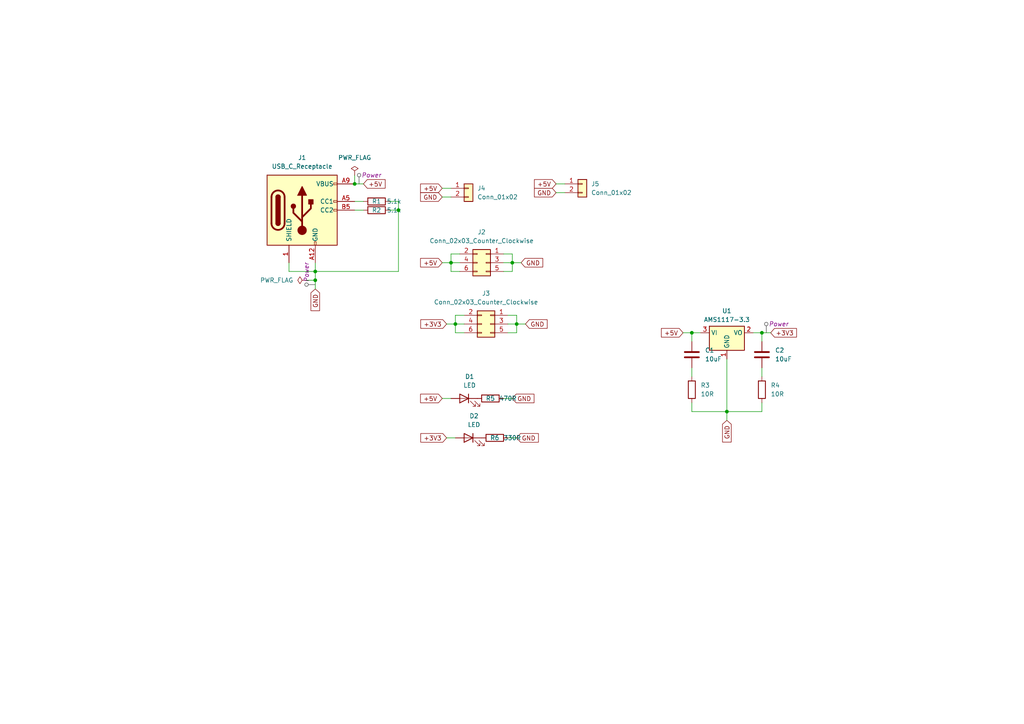
<source format=kicad_sch>
(kicad_sch (version 20230121) (generator eeschema)
  (paper "A4")
  (lib_symbols
    (symbol "Connector_Generic:Conn_01x02" (pin_names (offset 1.016) hide)
      (property "Reference" "J" (at 0 2.54 0))
      (property "Value" "Conn_01x02" (at 0 -5.08 0))
      (symbol "Conn_01x02_1_1"
        (rectangle (start -1.27 -2.413) (end 0 -2.667) (stroke (width 0.1524)))
        (rectangle (start -1.27 0.127) (end 0 -0.127) (stroke (width 0.1524)))
        (rectangle (start -1.27 1.27) (end 1.27 -3.81) (stroke (width 0.254)) (fill (type background)))
        (pin passive line (at -5.08 0 0) (length 3.81) (name "Pin_1") (number "1"))
        (pin passive line (at -5.08 -2.54 0) (length 3.81) (name "Pin_2") (number "2"))
      )
    )
    (symbol "Connector_Generic:Conn_02x03_Odd_Even" (pin_names (offset 1.016) hide)
      (property "Reference" "J" (at 1.27 5.08 0))
      (property "Value" "Conn_02x03_Odd_Even" (at 1.27 -5.08 0))
      (symbol "Conn_02x03_Odd_Even_1_1"
        (rectangle (start -1.27 -2.413) (end 0 -2.667) (stroke (width 0.1524)))
        (rectangle (start -1.27 0.127) (end 0 -0.127) (stroke (width 0.1524)))
        (rectangle (start -1.27 2.667) (end 0 2.413) (stroke (width 0.1524)))
        (rectangle (start -1.27 3.81) (end 3.81 -3.81) (stroke (width 0.254)) (fill (type background)))
        (rectangle (start 3.81 -2.413) (end 2.54 -2.667) (stroke (width 0.1524)))
        (rectangle (start 3.81 0.127) (end 2.54 -0.127) (stroke (width 0.1524)))
        (rectangle (start 3.81 2.667) (end 2.54 2.413) (stroke (width 0.1524)))
        (pin passive line (at -5.08 2.54 0) (length 3.81) (name "Pin_1") (number "1"))
        (pin passive line (at 7.62 2.54 180) (length 3.81) (name "Pin_2") (number "2"))
        (pin passive line (at -5.08 0 0) (length 3.81) (name "Pin_3") (number "3"))
        (pin passive line (at 7.62 0 180) (length 3.81) (name "Pin_4") (number "4"))
        (pin passive line (at -5.08 -2.54 0) (length 3.81) (name "Pin_5") (number "5"))
        (pin passive line (at 7.62 -2.54 180) (length 3.81) (name "Pin_6") (number "6"))
      )
    )
    (symbol "Cutom:USB_C_Receptacle_power_only" (pin_names (offset 1.016))
      (property "Reference" "J1" (at 0 33.02 0))
      (property "Value" "USB_C_Receptacle" (at 0 30.48 0))
      (symbol "USB_C_Receptacle_power_only_0_0"
        (rectangle (start 3.556 7.62) (end 4.064 8.636))
        (rectangle (start 10.16 18.034) (end 9.144 17.526))
        (rectangle (start 10.16 20.574) (end 9.144 20.066))
        (rectangle (start 10.16 25.654) (end 9.144 25.146))
      )
      (symbol "USB_C_Receptacle_power_only_0_1"
        (rectangle (start -10.16 27.94) (end 10.16 7.62) (stroke (width 0.254)) (fill (type background)))
        (arc (start -8.89 13.97) (mid -6.985 12.0733) (end -5.08 13.97) (stroke (width 0.508)))
        (arc (start -7.62 13.97) (mid -6.985 13.3377) (end -6.35 13.97) (stroke (width 0.254)))
        (arc (start -7.62 13.97) (mid -6.985 13.3377) (end -6.35 13.97) (stroke (width 0.254)) (fill (type outline)))
        (rectangle (start -7.62 13.97) (end -6.35 21.59) (stroke (width 0.254)) (fill (type outline)))
        (arc (start -6.35 21.59) (mid -6.985 22.2223) (end -7.62 21.59) (stroke (width 0.254)))
        (arc (start -6.35 21.59) (mid -6.985 22.2223) (end -7.62 21.59) (stroke (width 0.254)) (fill (type outline)))
        (arc (start -5.08 21.59) (mid -6.985 23.4867) (end -8.89 21.59) (stroke (width 0.508)))
        (polyline (pts (xy -8.89 13.97) (xy -8.89 21.59)) (stroke (width 0.508)))
        (polyline (pts (xy -5.08 21.59) (xy -5.08 13.97)) (stroke (width 0.508)))
      )
      (symbol "USB_C_Receptacle_power_only_1_1"
        (circle (center -2.54 18.923) (radius 0.635) (stroke (width 0.254)) (fill (type outline)))
        (polyline (pts (xy 0 11.938) (xy 0 22.098)) (stroke (width 0.508)))
        (polyline (pts (xy 0 14.478) (xy -2.54 17.018) (xy -2.54 18.288)) (stroke (width 0.508)))
        (polyline (pts (xy 0 15.748) (xy 2.54 18.288) (xy 2.54 19.558)) (stroke (width 0.508)))
        (polyline (pts (xy -1.27 22.098) (xy 0 24.638) (xy 1.27 22.098) (xy -1.27 22.098)) (stroke (width 0.254)) (fill (type outline)))
        (circle (center 0 11.938) (radius 1.27) (fill (type outline)))
        (rectangle (start 1.905 19.558) (end 3.175 20.828) (stroke (width 0.254)) (fill (type outline)))
        (pin passive line (at -3.81 2.54 90) (length 5.08) (name "SHIELD") (number "1"))
        (pin passive line (at 3.81 2.54 90) (length 5.08) (name "GND") (number "A12"))
        (pin bidirectional line (at 15.24 20.32 180) (length 5.08) (name "CC1") (number "A5"))
        (pin passive line (at 15.24 25.4 180) (length 5.08) (name "VBUS") (number "A9"))
        (pin passive line (at 3.81 2.54 90) (length 5.08) hide (name "GND") (number "B12"))
        (pin bidirectional line (at 15.24 17.78 180) (length 5.08) (name "CC2") (number "B5"))
        (pin passive line (at 15.24 25.4 180) (length 5.08) hide (name "VBUS") (number "B9"))
      )
    )
    (symbol "Device:C" (pin_numbers hide) (pin_names (offset 0.254))
      (property "Reference" "C" (at 0.635 2.54 0))
      (property "Value" "C" (at 0.635 -2.54 0))
      (symbol "C_0_1"
        (polyline (pts (xy -2.032 -0.762) (xy 2.032 -0.762)) (stroke (width 0.508)))
        (polyline (pts (xy -2.032 0.762) (xy 2.032 0.762)) (stroke (width 0.508)))
      )
      (symbol "C_1_1"
        (pin passive line (at 0 3.81 270) (length 2.794) (name "~") (number "1"))
        (pin passive line (at 0 -3.81 90) (length 2.794) (name "~") (number "2"))
      )
    )
    (symbol "Device:LED" (pin_numbers hide) (pin_names (offset 1.016) hide)
      (property "Reference" "D" (at 0 2.54 0))
      (property "Value" "LED" (at 0 -2.54 0))
      (symbol "LED_0_1"
        (polyline (pts (xy -1.27 -1.27) (xy -1.27 1.27)) (stroke (width 0.254)))
        (polyline (pts (xy -1.27 0) (xy 1.27 0)))
        (polyline (pts (xy 1.27 -1.27) (xy 1.27 1.27) (xy -1.27 0) (xy 1.27 -1.27)) (stroke (width 0.254)))
        (polyline (pts (xy -3.048 -0.762) (xy -4.572 -2.286) (xy -3.81 -2.286) (xy -4.572 -2.286) (xy -4.572 -1.524)))
        (polyline (pts (xy -1.778 -0.762) (xy -3.302 -2.286) (xy -2.54 -2.286) (xy -3.302 -2.286) (xy -3.302 -1.524)))
      )
      (symbol "LED_1_1"
        (pin passive line (at -3.81 0 0) (length 2.54) (name "K") (number "1"))
        (pin passive line (at 3.81 0 180) (length 2.54) (name "A") (number "2"))
      )
    )
    (symbol "Device:R" (pin_numbers hide) (pin_names (offset 0))
      (property "Reference" "R" (at 2.032 0 90))
      (property "Value" "R" (at 0 0 90))
      (symbol "R_0_1"
        (rectangle (start -1.016 -2.54) (end 1.016 2.54) (stroke (width 0.254)))
      )
      (symbol "R_1_1"
        (pin passive line (at 0 3.81 270) (length 1.27) (name "~") (number "1"))
        (pin passive line (at 0 -3.81 90) (length 1.27) (name "~") (number "2"))
      )
    )
    (symbol "Regulator_Linear:AMS1117-3.3"
      (property "Reference" "U" (at -3.81 3.175 0))
      (property "Value" "AMS1117-3.3" (at 0 3.175 0))
      (symbol "AMS1117-3.3_0_1"
        (rectangle (start -5.08 -5.08) (end 5.08 1.905) (stroke (width 0.254)) (fill (type background)))
      )
      (symbol "AMS1117-3.3_1_1"
        (pin power_in line (at 0 -7.62 90) (length 2.54) (name "GND") (number "1"))
        (pin power_out line (at 7.62 0 180) (length 2.54) (name "VO") (number "2"))
        (pin power_in line (at -7.62 0 0) (length 2.54) (name "VI") (number "3"))
      )
    )
    (symbol "power:PWR_FLAG" (power) (pin_numbers hide) (pin_names (offset 0) hide)
      (property "Value" "PWR_FLAG" (at 0 3.81 0))
      (symbol "PWR_FLAG_0_0"
        (pin power_out line (at 0 0 90) (length 0) (name "pwr") (number "1"))
      )
      (symbol "PWR_FLAG_0_1"
        (polyline (pts (xy 0 0) (xy 0 1.27) (xy -1.016 1.905) (xy 0 2.54) (xy 1.016 1.905) (xy 0 1.27)))
      )
    )
  )
  (junction (at 132.08 93.98))
  (junction (at 149.86 93.98))
  (junction (at 91.44 81.28))
  (junction (at 210.82 119.38))
  (junction (at 130.81 76.2))
  (junction (at 220.98 96.52))
  (junction (at 115.57 60.96))
  (junction (at 200.66 96.52))
  (junction (at 148.59 76.2))
  (junction (at 102.87 53.34))
  (junction (at 91.44 78.74))
  (wire (pts (xy 149.86 91.44) (xy 147.32 91.44)))
  (wire (pts (xy 149.86 96.52) (xy 147.32 96.52)))
  (wire (pts (xy 220.98 96.52) (xy 223.52 96.52)))
  (wire (pts (xy 200.66 96.52) (xy 203.2 96.52)))
  (wire (pts (xy 161.29 53.34) (xy 163.83 53.34)))
  (wire (pts (xy 115.57 78.74) (xy 91.44 78.74)))
  (wire (pts (xy 91.44 83.82) (xy 91.44 81.28)))
  (wire (pts (xy 152.4 93.98) (xy 149.86 93.98)))
  (wire (pts (xy 210.82 119.38) (xy 220.98 119.38)))
  (wire (pts (xy 161.29 55.88) (xy 163.83 55.88)))
  (wire (pts (xy 105.41 60.96) (xy 102.87 60.96)))
  (wire (pts (xy 200.66 109.22) (xy 200.66 106.68)))
  (wire (pts (xy 148.59 115.57) (xy 146.05 115.57)))
  (wire (pts (xy 129.54 93.98) (xy 132.08 93.98)))
  (wire (pts (xy 149.86 93.98) (xy 147.32 93.98)))
  (wire (pts (xy 115.57 58.42) (xy 113.03 58.42)))
  (wire (pts (xy 200.66 96.52) (xy 200.66 99.06)))
  (wire (pts (xy 220.98 96.52) (xy 220.98 99.06)))
  (wire (pts (xy 198.12 96.52) (xy 200.66 96.52)))
  (wire (pts (xy 132.08 93.98) (xy 134.62 93.98)))
  (wire (pts (xy 88.9 81.28) (xy 91.44 81.28)))
  (wire (pts (xy 83.82 78.74) (xy 91.44 78.74)))
  (wire (pts (xy 149.86 93.98) (xy 149.86 96.52)))
  (wire (pts (xy 91.44 76.2) (xy 91.44 78.74)))
  (wire (pts (xy 220.98 109.22) (xy 220.98 106.68)))
  (wire (pts (xy 220.98 116.84) (xy 220.98 119.38)))
  (wire (pts (xy 148.59 78.74) (xy 146.05 78.74)))
  (wire (pts (xy 128.27 76.2) (xy 130.81 76.2)))
  (wire (pts (xy 130.81 73.66) (xy 133.35 73.66)))
  (wire (pts (xy 132.08 96.52) (xy 134.62 96.52)))
  (wire (pts (xy 128.27 115.57) (xy 130.81 115.57)))
  (wire (pts (xy 218.44 96.52) (xy 220.98 96.52)))
  (wire (pts (xy 146.05 73.66) (xy 148.59 73.66)))
  (wire (pts (xy 148.59 73.66) (xy 148.59 76.2)))
  (wire (pts (xy 149.86 127) (xy 147.32 127)))
  (wire (pts (xy 132.08 93.98) (xy 132.08 96.52)))
  (wire (pts (xy 129.54 127) (xy 132.08 127)))
  (wire (pts (xy 132.08 91.44) (xy 132.08 93.98)))
  (wire (pts (xy 115.57 58.42) (xy 115.57 60.96)))
  (wire (pts (xy 149.86 91.44) (xy 149.86 93.98)))
  (wire (pts (xy 132.08 91.44) (xy 134.62 91.44)))
  (wire (pts (xy 148.59 76.2) (xy 148.59 78.74)))
  (wire (pts (xy 115.57 60.96) (xy 113.03 60.96)))
  (wire (pts (xy 210.82 119.38) (xy 210.82 121.92)))
  (wire (pts (xy 151.13 76.2) (xy 148.59 76.2)))
  (wire (pts (xy 148.59 76.2) (xy 146.05 76.2)))
  (wire (pts (xy 130.81 73.66) (xy 130.81 76.2)))
  (wire (pts (xy 83.82 76.2) (xy 83.82 78.74)))
  (wire (pts (xy 200.66 119.38) (xy 210.82 119.38)))
  (wire (pts (xy 128.27 57.15) (xy 130.81 57.15)))
  (wire (pts (xy 130.81 78.74) (xy 133.35 78.74)))
  (wire (pts (xy 102.87 53.34) (xy 105.41 53.34)))
  (wire (pts (xy 128.27 54.61) (xy 130.81 54.61)))
  (wire (pts (xy 115.57 60.96) (xy 115.57 78.74)))
  (wire (pts (xy 200.66 116.84) (xy 200.66 119.38)))
  (wire (pts (xy 130.81 76.2) (xy 133.35 76.2)))
  (wire (pts (xy 130.81 76.2) (xy 130.81 78.74)))
  (wire (pts (xy 102.87 50.8) (xy 102.87 53.34)))
  (wire (pts (xy 210.82 104.14) (xy 210.82 119.38)))
  (wire (pts (xy 91.44 78.74) (xy 91.44 81.28)))
  (wire (pts (xy 105.41 58.42) (xy 102.87 58.42)))
  (global_label "+3V3" (shape input) (at 223.52 96.52 0) (property "Intersheetrefs" "${INTERSHEET_REFS}" (effects hide)))
  (global_label "GND" (shape input) (at 161.29 55.88 180) (property "Intersheetrefs" "${INTERSHEET_REFS}" (effects hide)))
  (global_label "GND" (shape input) (at 148.59 115.57 0) (property "Intersheetrefs" "${INTERSHEET_REFS}" (effects hide)))
  (global_label "+5V" (shape input) (at 198.12 96.52 180) (property "Intersheetrefs" "${INTERSHEET_REFS}" (effects hide)))
  (global_label "GND" (shape input) (at 152.4 93.98 0) (property "Intersheetrefs" "${INTERSHEET_REFS}" (effects hide)))
  (global_label "GND" (shape input) (at 128.27 57.15 180) (property "Intersheetrefs" "${INTERSHEET_REFS}" (effects hide)))
  (global_label "GND" (shape input) (at 151.13 76.2 0) (property "Intersheetrefs" "${INTERSHEET_REFS}" (effects hide)))
  (global_label "GND" (shape input) (at 91.44 83.82 270) (property "Intersheetrefs" "${INTERSHEET_REFS}" (effects hide)))
  (global_label "GND" (shape input) (at 210.82 121.92 270) (property "Intersheetrefs" "${INTERSHEET_REFS}" (effects hide)))
  (global_label "GND" (shape input) (at 149.86 127 0) (property "Intersheetrefs" "${INTERSHEET_REFS}" (effects hide)))
  (global_label "+5V" (shape input) (at 128.27 76.2 180) (property "Intersheetrefs" "${INTERSHEET_REFS}" (effects hide)))
  (global_label "+5V" (shape input) (at 105.41 53.34 0) (property "Intersheetrefs" "${INTERSHEET_REFS}" (effects hide)))
  (global_label "+3V3" (shape input) (at 129.54 93.98 180) (property "Intersheetrefs" "${INTERSHEET_REFS}" (effects hide)))
  (global_label "+5V" (shape input) (at 128.27 115.57 180) (property "Intersheetrefs" "${INTERSHEET_REFS}" (effects hide)))
  (global_label "+5V" (shape input) (at 128.27 54.61 180) (property "Intersheetrefs" "${INTERSHEET_REFS}" (effects hide)))
  (global_label "+3V3" (shape input) (at 129.54 127 180) (property "Intersheetrefs" "${INTERSHEET_REFS}" (effects hide)))
  (global_label "+5V" (shape input) (at 161.29 53.34 180) (property "Intersheetrefs" "${INTERSHEET_REFS}" (effects hide)))
  (netclass_flag "" (length 2.54) (shape round) (at 91.44 82.55 90) (property "Netclass" "Power" (at 88.9 81.8515 90) (effects (font italic) (justify left))))
  (netclass_flag "" (length 2.54) (shape round) (at 104.14 53.34 0) (property "Netclass" "Power" (at 104.8385 50.8 0) (effects (font italic) (justify left))))
  (netclass_flag "" (length 2.54) (shape round) (at 222.25 96.52 0) (property "Netclass" "Power" (at 222.9485 93.98 0) (effects (font italic) (justify left))))
  (symbol (lib_id "Device:R") (at 109.22 60.96 90) (unit 1)
    (property "Reference" "R2" (at 109.22 60.96 90))
    (property "Value" "5.1k" (at 114.3 60.96 90))
    (property "Footprint" "Resistor_SMD:R_0805_2012Metric_Pad1.20x1.40mm_HandSolder" (effects hide))
  )
  (symbol (lib_id "Device:R") (at 143.51 127 90) (unit 1)
    (property "Reference" "R6" (at 143.51 127 90))
    (property "Value" "330R" (at 148.59 127 90))
    (property "Footprint" "Resistor_SMD:R_0805_2012Metric_Pad1.20x1.40mm_HandSolder" (effects hide))
  )
  (symbol (lib_id "Connector_Generic:Conn_02x03_Odd_Even") (at 142.24 93.98 0) (mirror y) (unit 1)
    (property "Reference" "J3" (at 140.97 85.09 0))
    (property "Value" "Conn_02x03_Counter_Clockwise" (at 140.97 87.63 0))
    (property "Footprint" "Connector_PinHeader_2.54mm:PinHeader_2x03_P2.54mm_Vertical" (effects hide))
  )
  (symbol (lib_id "Device:R") (at 142.24 115.57 90) (unit 1)
    (property "Reference" "R5" (at 142.24 115.57 90))
    (property "Value" "470R" (at 147.32 115.57 90))
    (property "Footprint" "Resistor_SMD:R_0805_2012Metric_Pad1.20x1.40mm_HandSolder" (effects hide))
  )
  (symbol (lib_id "Regulator_Linear:AMS1117-3.3") (at 210.82 96.52 0) (unit 1)
    (property "Reference" "U1" (at 210.82 90.17 0))
    (property "Value" "AMS1117-3.3" (at 210.82 92.71 0))
    (property "Footprint" "Package_TO_SOT_SMD:SOT-223-3_TabPin2" (effects hide))
    (property "Datasheet" "http://www.advanced-monolithic.com/pdf/ds1117.pdf" (effects hide))
  )
  (symbol (lib_id "Cutom:USB_C_Receptacle_power_only") (at 87.63 78.74 0) (unit 1)
    (property "Reference" "J1" (at 87.63 45.72 0))
    (property "Value" "USB_C_Receptacle" (at 87.63 48.26 0))
    (property "Footprint" "USB-C-Power-tester:TYPE-C-31-M-17_handsolder" (effects hide))
    (property "Datasheet" "https://www.usb.org/sites/default/files/documents/usb_type-c.zip" (effects hide))
  )
  (symbol (lib_id "Device:C") (at 200.66 102.87 0) (unit 1)
    (property "Reference" "C1" (at 204.47 101.6 0) (effects (justify left)))
    (property "Value" "10uF" (at 204.47 104.14 0) (effects (justify left)))
    (property "Footprint" "Capacitor_SMD:C_0805_2012Metric_Pad1.18x1.45mm_HandSolder" (effects hide))
  )
  (symbol (lib_id "Device:LED") (at 135.89 127 0) (mirror y) (unit 1)
    (property "Reference" "D2" (at 137.4775 120.65 0))
    (property "Value" "LED" (at 137.4775 123.19 0))
    (property "Footprint" "LED_SMD:LED_0805_2012Metric_Pad1.15x1.40mm_HandSolder" (effects hide))
  )
  (symbol (lib_id "Device:R") (at 109.22 58.42 90) (unit 1)
    (property "Reference" "R1" (at 109.22 58.42 90))
    (property "Value" "5.1k" (at 114.3 58.42 90))
    (property "Footprint" "Resistor_SMD:R_0805_2012Metric_Pad1.20x1.40mm_HandSolder" (effects hide))
  )
  (symbol (lib_id "power:PWR_FLAG") (at 102.87 50.8 0) (unit 1)
    (property "Reference" "#FLG01" (effects hide))
    (property "Value" "PWR_FLAG" (at 102.87 45.72 0))
  )
  (symbol (lib_id "power:PWR_FLAG") (at 88.9 81.28 90) (unit 1)
    (property "Reference" "#FLG02" (effects hide))
    (property "Value" "PWR_FLAG" (at 85.09 81.28 90) (effects (justify left)))
  )
  (symbol (lib_id "Connector_Generic:Conn_02x03_Odd_Even") (at 140.97 76.2 0) (mirror y) (unit 1)
    (property "Reference" "J2" (at 139.7 67.31 0))
    (property "Value" "Conn_02x03_Counter_Clockwise" (at 139.7 69.85 0))
    (property "Footprint" "Connector_PinHeader_2.54mm:PinHeader_2x03_P2.54mm_Vertical" (effects hide))
  )
  (symbol (lib_id "Device:R") (at 200.66 113.03 0) (unit 1)
    (property "Reference" "R3" (at 203.2 111.76 0) (effects (justify left)))
    (property "Value" "10R" (at 203.2 114.3 0) (effects (justify left)))
    (property "Footprint" "Resistor_SMD:R_0805_2012Metric_Pad1.20x1.40mm_HandSolder" (effects hide))
  )
  (symbol (lib_id "Device:R") (at 220.98 113.03 0) (unit 1)
    (property "Reference" "R4" (at 223.52 111.76 0) (effects (justify left)))
    (property "Value" "10R" (at 223.52 114.3 0) (effects (justify left)))
    (property "Footprint" "Resistor_SMD:R_0805_2012Metric_Pad1.20x1.40mm_HandSolder" (effects hide))
  )
  (symbol (lib_id "Device:C") (at 220.98 102.87 0) (unit 1)
    (property "Reference" "C2" (at 224.79 101.6 0) (effects (justify left)))
    (property "Value" "10uF" (at 224.79 104.14 0) (effects (justify left)))
    (property "Footprint" "Capacitor_SMD:C_0805_2012Metric_Pad1.18x1.45mm_HandSolder" (effects hide))
  )
  (symbol (lib_id "Connector_Generic:Conn_01x02") (at 135.89 54.61 0) (unit 1)
    (property "Reference" "J4" (at 138.43 54.61 0) (effects (justify left)))
    (property "Value" "Conn_01x02" (at 138.43 57.15 0) (effects (justify left)))
    (property "Footprint" "Connector_PinHeader_2.54mm:PinHeader_1x02_P2.54mm_Vertical" (effects hide))
  )
  (symbol (lib_id "Connector_Generic:Conn_01x02") (at 168.91 53.34 0) (unit 1)
    (property "Reference" "J5" (at 171.45 53.34 0) (effects (justify left)))
    (property "Value" "Conn_01x02" (at 171.45 55.88 0) (effects (justify left)))
    (property "Footprint" "Connector_PinHeader_2.54mm:PinHeader_1x02_P2.54mm_Vertical" (effects hide))
  )
  (symbol (lib_id "Device:LED") (at 134.62 115.57 0) (mirror y) (unit 1)
    (property "Reference" "D1" (at 136.2075 109.22 0))
    (property "Value" "LED" (at 136.2075 111.76 0))
    (property "Footprint" "LED_SMD:LED_0805_2012Metric_Pad1.15x1.40mm_HandSolder" (effects hide))
  )
)
</source>
